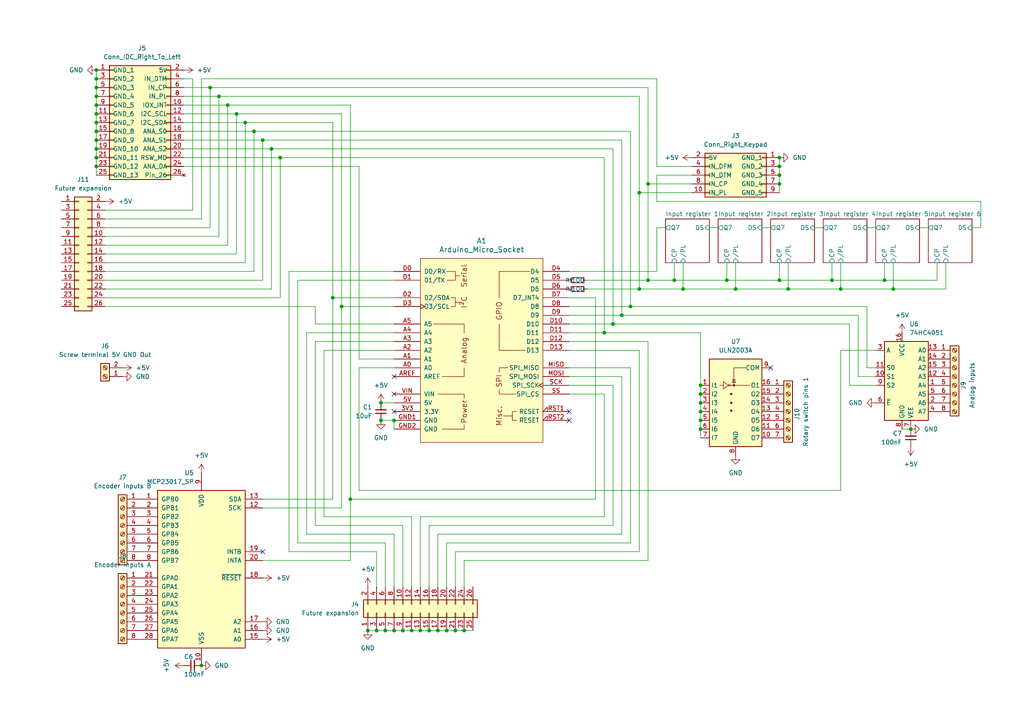
<source format=kicad_sch>
(kicad_sch (version 20250114) (generator "eeschema") (generator_version "9.0")
  (paper "A4")
  (lib_symbols
    (symbol "74xx:74HC4051"
      (property "Reference" "U" (at -5.08 11.43 0))
      (property "Value" "74HC4051" (at -7.62 -13.97 0))
      (symbol "74HC4051_1_1"
        (pin passive line (at -7.62 7.62 0) (length 2.54) (name "A") (number "3"))
        (pin input line (at -7.62 2.54 0) (length 2.54) (name "S0") (number "11"))
        (pin input line (at -7.62 0 0) (length 2.54) (name "S1") (number "10"))
        (pin input line (at -7.62 -2.54 0) (length 2.54) (name "S2") (number "9"))
        (pin input line (at -7.62 -7.62 0) (length 2.54) (name "~{E}") (number "6"))
        (pin power_in line (at 0 12.7 270) (length 2.54) (name "VCC") (number "16"))
        (pin power_in line (at 0 -15.24 90) (length 2.54) (name "GND") (number "8"))
        (pin power_in line (at 2.54 -15.24 90) (length 2.54) (name "VEE") (number "7"))
        (pin passive line (at 10.16 7.62 180) (length 2.54) (name "A0") (number "13"))
        (pin passive line (at 10.16 5.08 180) (length 2.54) (name "A1") (number "14"))
        (pin passive line (at 10.16 2.54 180) (length 2.54) (name "A2") (number "15"))
        (pin passive line (at 10.16 0 180) (length 2.54) (name "A3") (number "12"))
        (pin passive line (at 10.16 -2.54 180) (length 2.54) (name "A4") (number "1"))
        (pin passive line (at 10.16 -5.08 180) (length 2.54) (name "A5") (number "5"))
        (pin passive line (at 10.16 -7.62 180) (length 2.54) (name "A6") (number "2"))
        (pin passive line (at 10.16 -10.16 180) (length 2.54) (name "A7") (number "4"))
      )
    )
    (symbol "Connector:Screw_Terminal_01x02" (pin_names (offset 1.016) (hide yes))
      (property "Reference" "J" (at 0 2.54 0))
      (property "Value" "Screw_Terminal_01x02" (at 0 -5.08 0))
      (symbol "Screw_Terminal_01x02_1_1"
        (pin passive line (at -5.08 0 0) (length 3.81) (name "Pin_1") (number "1"))
        (pin passive line (at -5.08 -2.54 0) (length 3.81) (name "Pin_2") (number "2"))
      )
    )
    (symbol "Connector:Screw_Terminal_01x07" (pin_names (offset 1.016) (hide yes))
      (property "Reference" "J" (at 0 10.16 0))
      (property "Value" "Screw_Terminal_01x07" (at 0 -10.16 0))
      (symbol "Screw_Terminal_01x07_1_1"
        (pin passive line (at -5.08 7.62 0) (length 3.81) (name "Pin_1") (number "1"))
        (pin passive line (at -5.08 5.08 0) (length 3.81) (name "Pin_2") (number "2"))
        (pin passive line (at -5.08 2.54 0) (length 3.81) (name "Pin_3") (number "3"))
        (pin passive line (at -5.08 0 0) (length 3.81) (name "Pin_4") (number "4"))
        (pin passive line (at -5.08 -2.54 0) (length 3.81) (name "Pin_5") (number "5"))
        (pin passive line (at -5.08 -5.08 0) (length 3.81) (name "Pin_6") (number "6"))
        (pin passive line (at -5.08 -7.62 0) (length 3.81) (name "Pin_7") (number "7"))
      )
    )
    (symbol "Connector:Screw_Terminal_01x08" (pin_names (offset 1.016) (hide yes))
      (property "Reference" "J" (at 0 10.16 0))
      (property "Value" "Screw_Terminal_01x08" (at 0 -12.7 0))
      (symbol "Screw_Terminal_01x08_1_1"
        (pin passive line (at -5.08 7.62 0) (length 3.81) (name "Pin_1") (number "1"))
        (pin passive line (at -5.08 5.08 0) (length 3.81) (name "Pin_2") (number "2"))
        (pin passive line (at -5.08 2.54 0) (length 3.81) (name "Pin_3") (number "3"))
        (pin passive line (at -5.08 0 0) (length 3.81) (name "Pin_4") (number "4"))
        (pin passive line (at -5.08 -2.54 0) (length 3.81) (name "Pin_5") (number "5"))
        (pin passive line (at -5.08 -5.08 0) (length 3.81) (name "Pin_6") (number "6"))
        (pin passive line (at -5.08 -7.62 0) (length 3.81) (name "Pin_7") (number "7"))
        (pin passive line (at -5.08 -10.16 0) (length 3.81) (name "Pin_8") (number "8"))
      )
    )
    (symbol "Connector_Generic:Conn_02x13_Odd_Even" (pin_names (offset 1.016) (hide yes))
      (property "Reference" "J" (at 1.27 17.78 0))
      (property "Value" "Conn_02x13_Odd_Even" (at 1.27 -17.78 0))
      (symbol "Conn_02x13_Odd_Even_1_1"
        (pin passive line (at -5.08 15.24 0) (length 3.81) (name "Pin_1") (number "1"))
        (pin passive line (at -5.08 12.7 0) (length 3.81) (name "Pin_3") (number "3"))
        (pin passive line (at -5.08 10.16 0) (length 3.81) (name "Pin_5") (number "5"))
        (pin passive line (at -5.08 7.62 0) (length 3.81) (name "Pin_7") (number "7"))
        (pin passive line (at -5.08 5.08 0) (length 3.81) (name "Pin_9") (number "9"))
        (pin passive line (at -5.08 2.54 0) (length 3.81) (name "Pin_11") (number "11"))
        (pin passive line (at -5.08 0 0) (length 3.81) (name "Pin_13") (number "13"))
        (pin passive line (at -5.08 -2.54 0) (length 3.81) (name "Pin_15") (number "15"))
        (pin passive line (at -5.08 -5.08 0) (length 3.81) (name "Pin_17") (number "17"))
        (pin passive line (at -5.08 -7.62 0) (length 3.81) (name "Pin_19") (number "19"))
        (pin passive line (at -5.08 -10.16 0) (length 3.81) (name "Pin_21") (number "21"))
        (pin passive line (at -5.08 -12.7 0) (length 3.81) (name "Pin_23") (number "23"))
        (pin passive line (at -5.08 -15.24 0) (length 3.81) (name "Pin_25") (number "25"))
        (pin passive line (at 7.62 15.24 180) (length 3.81) (name "Pin_2") (number "2"))
        (pin passive line (at 7.62 12.7 180) (length 3.81) (name "Pin_4") (number "4"))
        (pin passive line (at 7.62 10.16 180) (length 3.81) (name "Pin_6") (number "6"))
        (pin passive line (at 7.62 7.62 180) (length 3.81) (name "Pin_8") (number "8"))
        (pin passive line (at 7.62 5.08 180) (length 3.81) (name "Pin_10") (number "10"))
        (pin passive line (at 7.62 2.54 180) (length 3.81) (name "Pin_12") (number "12"))
        (pin passive line (at 7.62 0 180) (length 3.81) (name "Pin_14") (number "14"))
        (pin passive line (at 7.62 -2.54 180) (length 3.81) (name "Pin_16") (number "16"))
        (pin passive line (at 7.62 -5.08 180) (length 3.81) (name "Pin_18") (number "18"))
        (pin passive line (at 7.62 -7.62 180) (length 3.81) (name "Pin_20") (number "20"))
        (pin passive line (at 7.62 -10.16 180) (length 3.81) (name "Pin_22") (number "22"))
        (pin passive line (at 7.62 -12.7 180) (length 3.81) (name "Pin_24") (number "24"))
        (pin passive line (at 7.62 -15.24 180) (length 3.81) (name "Pin_26") (number "26"))
      )
    )
    (symbol "Device:C_Small" (pin_numbers (hide yes)) (pin_names (offset 0.254) (hide yes))
      (property "Reference" "C" (at 0.254 1.778 0))
      (property "Value" "C_Small" (at 0.254 -2.032 0))
      (symbol "C_Small_1_1"
        (pin passive line (at 0 2.54 270) (length 2.032) (name "~") (number "1"))
        (pin passive line (at 0 -2.54 90) (length 2.032) (name "~") (number "2"))
      )
    )
    (symbol "Device:R_Small" (pin_numbers (hide yes)) (pin_names (offset 0.254) (hide yes))
      (property "Reference" "R" (at 0 0 90))
      (property "Value" "R_Small" (at 1.778 0 90))
      (symbol "R_Small_1_1"
        (pin passive line (at 0 2.54 270) (length 0.762) (name "~") (number "1"))
        (pin passive line (at 0 -2.54 90) (length 0.762) (name "~") (number "2"))
      )
    )
    (symbol "Interface_Expansion:MCP23017_SP" (pin_names (offset 1.016))
      (property "Reference" "U" (at -11.43 24.13 0))
      (property "Value" "MCP23017_SP" (at 0 0 0))
      (symbol "MCP23017_SP_1_1"
        (pin bidirectional line (at -17.78 20.32 0) (length 5.08) (name "SDA") (number "13"))
        (pin input line (at -17.78 17.78 0) (length 5.08) (name "SCK") (number "12"))
        (pin tri_state line (at -17.78 5.08 0) (length 5.08) (name "INTB") (number "19"))
        (pin tri_state line (at -17.78 2.54 0) (length 5.08) (name "INTA") (number "20"))
        (pin input line (at -17.78 -2.54 0) (length 5.08) (name "~{RESET}") (number "18"))
        (pin input line (at -17.78 -15.24 0) (length 5.08) (name "A2") (number "17"))
        (pin input line (at -17.78 -17.78 0) (length 5.08) (name "A1") (number "16"))
        (pin input line (at -17.78 -20.32 0) (length 5.08) (name "A0") (number "15"))
        (pin no_connect line (at -12.7 15.24 0) (length 5.08) (hide yes) (name "NC") (number "11"))
        (pin no_connect line (at -12.7 12.7 0) (length 5.08) (hide yes) (name "NC") (number "14"))
        (pin power_in line (at 0 27.94 270) (length 5.08) (name "VDD") (number "9"))
        (pin power_in line (at 0 -27.94 90) (length 5.08) (name "VSS") (number "10"))
        (pin bidirectional line (at 17.78 20.32 180) (length 5.08) (name "GPB0") (number "1"))
        (pin bidirectional line (at 17.78 17.78 180) (length 5.08) (name "GPB1") (number "2"))
        (pin bidirectional line (at 17.78 15.24 180) (length 5.08) (name "GPB2") (number "3"))
        (pin bidirectional line (at 17.78 12.7 180) (length 5.08) (name "GPB3") (number "4"))
        (pin bidirectional line (at 17.78 10.16 180) (length 5.08) (name "GPB4") (number "5"))
        (pin bidirectional line (at 17.78 7.62 180) (length 5.08) (name "GPB5") (number "6"))
        (pin bidirectional line (at 17.78 5.08 180) (length 5.08) (name "GPB6") (number "7"))
        (pin output line (at 17.78 2.54 180) (length 5.08) (name "GPB7") (number "8"))
        (pin bidirectional line (at 17.78 -2.54 180) (length 5.08) (name "GPA0") (number "21"))
        (pin bidirectional line (at 17.78 -5.08 180) (length 5.08) (name "GPA1") (number "22"))
        (pin bidirectional line (at 17.78 -7.62 180) (length 5.08) (name "GPA2") (number "23"))
        (pin bidirectional line (at 17.78 -10.16 180) (length 5.08) (name "GPA3") (number "24"))
        (pin bidirectional line (at 17.78 -12.7 180) (length 5.08) (name "GPA4") (number "25"))
        (pin bidirectional line (at 17.78 -15.24 180) (length 5.08) (name "GPA5") (number "26"))
        (pin bidirectional line (at 17.78 -17.78 180) (length 5.08) (name "GPA6") (number "27"))
        (pin output line (at 17.78 -20.32 180) (length 5.08) (name "GPA7") (number "28"))
      )
    )
    (symbol "System_Connectors:Conn_IDC_Right_To_Left" (pin_names (offset 1.016))
      (property "Reference" "J" (at -5.08 17.78 0))
      (property "Value" "Conn_IDC_Right_To_Left" (at 1.27 -17.78 0))
      (symbol "Conn_IDC_Right_To_Left_1_0"
        (pin passive line (at 12.7 -12.7 180) (length 2.54) (name "") (number ""))
      )
      (symbol "Conn_IDC_Right_To_Left_1_1"
        (pin passive line (at -12.7 15.24 0) (length 3.81) (name "GND_1") (number "1"))
        (pin passive line (at -12.7 12.7 0) (length 3.81) (name "GND_2") (number "3"))
        (pin passive line (at -12.7 10.16 0) (length 3.81) (name "GND_3") (number "5"))
        (pin passive line (at -12.7 7.62 0) (length 3.81) (name "GND_4") (number "7"))
        (pin passive line (at -12.7 5.08 0) (length 3.81) (name "GND_5") (number "9"))
        (pin passive line (at -12.7 2.54 0) (length 3.81) (name "GND_6") (number "11"))
        (pin passive line (at -12.7 0 0) (length 3.81) (name "GND_7") (number "13"))
        (pin passive line (at -12.7 -2.54 0) (length 3.81) (name "GND_8") (number "15"))
        (pin passive line (at -12.7 -5.08 0) (length 3.81) (name "GND_9") (number "17"))
        (pin passive line (at -12.7 -7.62 0) (length 3.81) (name "GND_10") (number "19"))
        (pin passive line (at -12.7 -10.16 0) (length 3.81) (name "GND_11") (number "21"))
        (pin passive line (at -12.7 -12.7 0) (length 3.81) (name "GND_12") (number "23"))
        (pin passive line (at -12.7 -15.24 0) (length 3.81) (name "GND_13") (number "25"))
        (pin passive line (at 12.7 15.24 180) (length 3.81) (name "5V") (number "2"))
        (pin passive line (at 12.7 12.7 180) (length 3.81) (name "IN_DTM") (number "4"))
        (pin passive line (at 12.7 10.16 180) (length 3.81) (name "IN_CP") (number "6"))
        (pin passive line (at 12.7 7.62 180) (length 3.81) (name "IN_PL") (number "8"))
        (pin passive line (at 12.7 5.08 180) (length 3.81) (name "IOX_INT") (number "10"))
        (pin passive line (at 12.7 2.54 180) (length 3.81) (name "I2C_SCL") (number "12"))
        (pin passive line (at 12.7 0 180) (length 3.81) (name "I2C_SDA") (number "14"))
        (pin passive line (at 12.7 -2.54 180) (length 3.81) (name "ANA_S0") (number "16"))
        (pin passive line (at 12.7 -5.08 180) (length 3.81) (name "ANA_S1") (number "18"))
        (pin passive line (at 12.7 -7.62 180) (length 3.81) (name "ANA_S2") (number "20"))
        (pin passive line (at 12.7 -10.16 180) (length 3.81) (name "RSW_MD") (number "22"))
        (pin passive line (at 12.7 -12.7 180) (length 3.81) (name "ANA_DA") (number "24"))
        (pin no_connect line (at 12.7 -15.24 180) (length 3.81) (name "Pin_26") (number "26"))
      )
    )
    (symbol "System_Connectors:Conn_Right_Keypad" (pin_names (offset 1.016))
      (property "Reference" "J" (at 1.27 7.62 0))
      (property "Value" "Conn_Right_Keypad" (at 1.27 -7.62 0))
      (symbol "Conn_Right_Keypad_1_1"
        (pin passive line (at -12.7 5.08 0) (length 3.81) (name "GND_1") (number "1"))
        (pin passive line (at -12.7 2.54 0) (length 3.81) (name "GND_2") (number "3"))
        (pin passive line (at -12.7 0 0) (length 3.81) (name "GND_3") (number "5"))
        (pin passive line (at -12.7 -2.54 0) (length 3.81) (name "GND_4") (number "7"))
        (pin passive line (at -12.7 -5.08 0) (length 3.81) (name "GND_5") (number "9"))
        (pin passive line (at 12.7 5.08 180) (length 3.81) (name "5V") (number "2"))
        (pin passive line (at 12.7 2.54 180) (length 3.81) (name "IN_DFM") (number "4"))
        (pin passive line (at 12.7 0 180) (length 3.81) (name "IN_DTM") (number "6"))
        (pin passive line (at 12.7 -2.54 180) (length 3.81) (name "IN_CP") (number "8"))
        (pin passive line (at 12.7 -5.08 180) (length 3.81) (name "IN_PL") (number "10"))
      )
    )
    (symbol "Transistor_Array:ULN2003A"
      (property "Reference" "U" (at 0 15.875 0))
      (property "Value" "ULN2003A" (at 0 13.97 0))
      (symbol "ULN2003A_1_1"
        (pin input line (at -10.16 5.08 0) (length 2.54) (name "I1") (number "1"))
        (pin input line (at -10.16 2.54 0) (length 2.54) (name "I2") (number "2"))
        (pin input line (at -10.16 0 0) (length 2.54) (name "I3") (number "3"))
        (pin input line (at -10.16 -2.54 0) (length 2.54) (name "I4") (number "4"))
        (pin input line (at -10.16 -5.08 0) (length 2.54) (name "I5") (number "5"))
        (pin input line (at -10.16 -7.62 0) (length 2.54) (name "I6") (number "6"))
        (pin input line (at -10.16 -10.16 0) (length 2.54) (name "I7") (number "7"))
        (pin power_in line (at 0 -15.24 90) (length 2.54) (name "GND") (number "8"))
        (pin passive line (at 10.16 10.16 180) (length 2.54) (name "COM") (number "9"))
        (pin open_collector line (at 10.16 5.08 180) (length 2.54) (name "O1") (number "16"))
        (pin open_collector line (at 10.16 2.54 180) (length 2.54) (name "O2") (number "15"))
        (pin open_collector line (at 10.16 0 180) (length 2.54) (name "O3") (number "14"))
        (pin open_collector line (at 10.16 -2.54 180) (length 2.54) (name "O4") (number "13"))
        (pin open_collector line (at 10.16 -5.08 180) (length 2.54) (name "O5") (number "12"))
        (pin open_collector line (at 10.16 -7.62 180) (length 2.54) (name "O6") (number "11"))
        (pin open_collector line (at 10.16 -10.16 180) (length 2.54) (name "O7") (number "10"))
      )
    )
    (symbol "arduino-library:Arduino_Micro_Socket" (pin_names (offset 1.016))
      (property "Reference" "A" (at 0 33.02 0))
      (property "Value" "Arduino_Micro_Socket" (at 0 29.21 0))
      (symbol "Arduino_Micro_Socket_0_0"
        (text "Serial" (at -5.08 21.59 900) (effects (font (size 1.524 1.524))))
        (text "I²C" (at -5.08 13.97 900) (effects (font (size 1.524 1.524))))
        (text "Analog" (at -5.08 0 900) (effects (font (size 1.524 1.524))))
        (text "Power" (at -5.08 -17.78 900) (effects (font (size 1.524 1.524))))
        (text "SPI" (at 5.08 -8.89 900) (effects (font (size 1.524 1.524))))
        (text "Misc." (at 5.08 -19.05 900) (effects (font (size 1.524 1.524))))
      )
      (symbol "Arduino_Micro_Socket_1_0"
        (text "GPIO" (at 5.08 11.43 900) (effects (font (size 1.524 1.524))))
      )
      (symbol "Arduino_Micro_Socket_1_1"
        (pin bidirectional line (at -25.4 22.86 0) (length 7.62) (name "D0/RX") (number "D0"))
        (pin bidirectional line (at -25.4 20.32 0) (length 7.62) (name "D1/TX") (number "D1"))
        (pin bidirectional line (at -25.4 15.24 0) (length 7.62) (name "D2/SDA") (number "D2"))
        (pin bidirectional clock (at -25.4 12.7 0) (length 7.62) (name "D3/SCL") (number "D3"))
        (pin bidirectional line (at -25.4 7.62 0) (length 7.62) (name "A5") (number "A5"))
        (pin bidirectional line (at -25.4 5.08 0) (length 7.62) (name "A4") (number "A4"))
        (pin bidirectional line (at -25.4 2.54 0) (length 7.62) (name "A3") (number "A3"))
        (pin bidirectional line (at -25.4 0 0) (length 7.62) (name "A2") (number "A2"))
        (pin bidirectional line (at -25.4 -2.54 0) (length 7.62) (name "A1") (number "A1"))
        (pin bidirectional line (at -25.4 -5.08 0) (length 7.62) (name "A0") (number "A0"))
        (pin input line (at -25.4 -7.62 0) (length 7.62) (name "AREF") (number "AREF"))
        (pin power_in line (at -25.4 -12.7 0) (length 7.62) (name "VIN") (number "VIN"))
        (pin power_in line (at -25.4 -15.24 0) (length 7.62) (name "5V") (number "5V"))
        (pin power_out line (at -25.4 -17.78 0) (length 7.62) (name "3.3V") (number "3V3"))
        (pin power_in line (at -25.4 -20.32 0) (length 7.62) (name "GND") (number "GND1"))
        (pin power_in line (at -25.4 -22.86 0) (length 7.62) (name "GND") (number "GND2"))
        (pin bidirectional line (at 25.4 22.86 180) (length 7.62) (name "D4") (number "D4"))
        (pin bidirectional line (at 25.4 20.32 180) (length 7.62) (name "D5") (number "D5"))
        (pin bidirectional line (at 25.4 17.78 180) (length 7.62) (name "D6") (number "D6"))
        (pin bidirectional line (at 25.4 15.24 180) (length 7.62) (name "D7_INT4") (number "D7"))
        (pin bidirectional line (at 25.4 12.7 180) (length 7.62) (name "D8") (number "D8"))
        (pin bidirectional line (at 25.4 10.16 180) (length 7.62) (name "D9") (number "D9"))
        (pin bidirectional line (at 25.4 7.62 180) (length 7.62) (name "D10") (number "D10"))
        (pin bidirectional line (at 25.4 5.08 180) (length 7.62) (name "D11") (number "D11"))
        (pin bidirectional line (at 25.4 2.54 180) (length 7.62) (name "D12") (number "D12"))
        (pin bidirectional line (at 25.4 0 180) (length 7.62) (name "D13") (number "D13"))
        (pin input line (at 25.4 -5.08 180) (length 7.62) (name "SPI_MISO") (number "MISO"))
        (pin output line (at 25.4 -7.62 180) (length 7.62) (name "SPI_MOSI") (number "MOSI"))
        (pin output clock (at 25.4 -10.16 180) (length 7.62) (name "SPI_SCK") (number "SCK"))
        (pin bidirectional line (at 25.4 -12.7 180) (length 7.62) (name "SPI_CS") (number "SS"))
        (pin open_collector input_low (at 25.4 -17.78 180) (length 7.62) (name "RESET") (number "RST1"))
        (pin open_collector input_low (at 25.4 -20.32 180) (length 7.62) (name "RESET") (number "RST2"))
      )
    )
    (symbol "power:+5V" (power) (pin_numbers (hide yes)) (pin_names (offset 0) (hide yes))
      (property "Value" "+5V" (at 0 3.556 0))
      (symbol "+5V_1_1"
        (pin power_in line (at 0 0 90) (length 0) (name "~") (number "1"))
      )
    )
    (symbol "power:GND" (power) (pin_numbers (hide yes)) (pin_names (offset 0) (hide yes))
      (property "Value" "GND" (at 0 -3.81 0))
      (symbol "GND_1_1"
        (pin power_in line (at 0 0 270) (length 0) (name "~") (number "1"))
      )
    )
  )
  (junction (at 243.84 83.82))
  (junction (at 27.94 27.94))
  (junction (at 27.94 30.48))
  (junction (at 129.54 182.88))
  (junction (at 110.49 121.92))
  (junction (at 27.94 20.32))
  (junction (at 177.8 93.98))
  (junction (at 198.12 83.82))
  (junction (at 63.5 27.94))
  (junction (at 121.92 182.88))
  (junction (at 226.06 53.34))
  (junction (at 27.94 35.56))
  (junction (at 187.96 81.28))
  (junction (at 73.66 38.1))
  (junction (at 27.94 40.64))
  (junction (at 185.42 83.82))
  (junction (at 27.94 33.02))
  (junction (at 195.58 81.28))
  (junction (at 119.38 182.88))
  (junction (at 228.6 83.82))
  (junction (at 114.3 121.92))
  (junction (at 175.26 96.52))
  (junction (at 264.16 124.46))
  (junction (at 96.52 86.36))
  (junction (at 27.94 22.86))
  (junction (at 27.94 25.4))
  (junction (at 226.06 81.28))
  (junction (at 68.58 33.02))
  (junction (at 132.08 182.88))
  (junction (at 114.3 182.88))
  (junction (at 213.36 83.82))
  (junction (at 182.88 88.9))
  (junction (at 259.08 83.82))
  (junction (at 58.42 193.04))
  (junction (at 256.54 81.28))
  (junction (at 116.84 182.88))
  (junction (at 111.76 182.88))
  (junction (at 203.2 116.84))
  (junction (at 71.12 35.56))
  (junction (at 27.94 43.18))
  (junction (at 203.2 119.38))
  (junction (at 180.34 91.44))
  (junction (at 78.74 43.18))
  (junction (at 226.06 48.26))
  (junction (at 106.68 182.88))
  (junction (at 124.46 182.88))
  (junction (at 127 182.88))
  (junction (at 27.94 45.72))
  (junction (at 81.28 45.72))
  (junction (at 241.3 81.28))
  (junction (at 66.04 30.48))
  (junction (at 27.94 48.26))
  (junction (at 226.06 50.8))
  (junction (at 110.49 116.84))
  (junction (at 101.6 144.78))
  (junction (at 203.2 114.3))
  (junction (at 76.2 40.64))
  (junction (at 99.06 88.9))
  (junction (at 134.62 182.88))
  (junction (at 187.96 53.34))
  (junction (at 210.82 81.28))
  (junction (at 185.42 55.88))
  (junction (at 203.2 121.92))
  (junction (at 27.94 38.1))
  (junction (at 60.96 25.4))
  (junction (at 109.22 182.88))
  (junction (at 226.06 45.72))
  (junction (at 203.2 111.76))
  (junction (at 203.2 124.46))
  (no_connect (at 165.1 119.38))
  (no_connect (at 114.3 109.22))
  (no_connect (at 114.3 114.3))
  (no_connect (at 76.2 160.02))
  (no_connect (at 165.1 121.92))
  (no_connect (at 223.52 106.68))
  (no_connect (at 114.3 119.38))
  (wire (pts (xy 226.06 48.26) (xy 226.06 50.8)))
  (wire (pts (xy 187.96 81.28) (xy 195.58 81.28)))
  (wire (pts (xy 86.36 157.48) (xy 111.76 157.48)))
  (wire (pts (xy 104.14 106.68) (xy 104.14 142.24)))
  (wire (pts (xy 203.2 124.46) (xy 203.2 127)))
  (wire (pts (xy 259.08 76.2) (xy 259.08 83.82)))
  (wire (pts (xy 248.92 91.44) (xy 248.92 109.22)))
  (wire (pts (xy 119.38 182.88) (xy 121.92 182.88)))
  (wire (pts (xy 187.96 162.56) (xy 187.96 99.06)))
  (wire (pts (xy 55.88 60.96) (xy 55.88 22.86)))
  (wire (pts (xy 195.58 76.2) (xy 195.58 81.28)))
  (wire (pts (xy 190.5 50.8) (xy 190.5 58.42)))
  (wire (pts (xy 185.42 55.88) (xy 200.66 55.88)))
  (wire (pts (xy 109.22 182.88) (xy 111.76 182.88)))
  (wire (pts (xy 177.8 111.76) (xy 165.1 111.76)))
  (wire (pts (xy 91.44 99.06) (xy 91.44 152.4)))
  (wire (pts (xy 175.26 96.52) (xy 203.2 96.52)))
  (wire (pts (xy 101.6 144.78) (xy 101.6 162.56)))
  (wire (pts (xy 27.94 22.86) (xy 27.94 25.4)))
  (wire (pts (xy 127 154.94) (xy 180.34 154.94)))
  (wire (pts (xy 248.92 109.22) (xy 254 109.22)))
  (wire (pts (xy 27.94 25.4) (xy 27.94 27.94)))
  (wire (pts (xy 104.14 106.68) (xy 114.3 106.68)))
  (wire (pts (xy 271.78 76.2) (xy 271.78 81.28)))
  (wire (pts (xy 243.84 76.2) (xy 243.84 83.82)))
  (wire (pts (xy 182.88 88.9) (xy 251.46 88.9)))
  (wire (pts (xy 210.82 76.2) (xy 210.82 81.28)))
  (wire (pts (xy 71.12 76.2) (xy 30.48 76.2)))
  (wire (pts (xy 185.42 101.6) (xy 165.1 101.6)))
  (wire (pts (xy 76.2 40.64) (xy 180.34 40.64)))
  (wire (pts (xy 121.92 149.86) (xy 175.26 149.86)))
  (wire (pts (xy 165.1 88.9) (xy 182.88 88.9)))
  (wire (pts (xy 190.5 78.74) (xy 190.5 66.04)))
  (wire (pts (xy 96.52 144.78) (xy 76.2 144.78)))
  (wire (pts (xy 246.38 93.98) (xy 246.38 111.76)))
  (wire (pts (xy 190.5 58.42) (xy 284.48 58.42)))
  (wire (pts (xy 246.38 111.76) (xy 254 111.76)))
  (wire (pts (xy 182.88 106.68) (xy 165.1 106.68)))
  (wire (pts (xy 101.6 144.78) (xy 172.72 144.78)))
  (wire (pts (xy 259.08 83.82) (xy 243.84 83.82)))
  (wire (pts (xy 266.7 66.04) (xy 269.24 66.04)))
  (wire (pts (xy 264.16 124.46) (xy 261.62 124.46)))
  (wire (pts (xy 114.3 99.06) (xy 91.44 99.06)))
  (wire (pts (xy 198.12 76.2) (xy 198.12 83.82)))
  (wire (pts (xy 185.42 27.94) (xy 185.42 55.88)))
  (wire (pts (xy 180.34 91.44) (xy 248.92 91.44)))
  (wire (pts (xy 175.26 96.52) (xy 175.26 45.72)))
  (wire (pts (xy 256.54 81.28) (xy 241.3 81.28)))
  (wire (pts (xy 121.92 182.88) (xy 124.46 182.88)))
  (wire (pts (xy 71.12 35.56) (xy 53.34 35.56)))
  (wire (pts (xy 165.1 96.52) (xy 175.26 96.52)))
  (wire (pts (xy 119.38 149.86) (xy 119.38 170.18)))
  (wire (pts (xy 91.44 152.4) (xy 116.84 152.4)))
  (wire (pts (xy 203.2 114.3) (xy 203.2 116.84)))
  (wire (pts (xy 104.14 104.14) (xy 114.3 104.14)))
  (wire (pts (xy 274.32 83.82) (xy 259.08 83.82)))
  (wire (pts (xy 124.46 182.88) (xy 127 182.88)))
  (wire (pts (xy 198.12 83.82) (xy 213.36 83.82)))
  (wire (pts (xy 104.14 142.24) (xy 243.84 142.24)))
  (wire (pts (xy 76.2 162.56) (xy 101.6 162.56)))
  (wire (pts (xy 58.42 22.86) (xy 190.5 22.86)))
  (wire (pts (xy 243.84 101.6) (xy 243.84 142.24)))
  (wire (pts (xy 88.9 96.52) (xy 114.3 96.52)))
  (wire (pts (xy 111.76 157.48) (xy 111.76 170.18)))
  (wire (pts (xy 228.6 76.2) (xy 228.6 83.82)))
  (wire (pts (xy 127 182.88) (xy 129.54 182.88)))
  (wire (pts (xy 106.68 182.88) (xy 109.22 182.88)))
  (wire (pts (xy 182.88 38.1) (xy 182.88 88.9)))
  (wire (pts (xy 132.08 160.02) (xy 185.42 160.02)))
  (wire (pts (xy 177.8 43.18) (xy 177.8 93.98)))
  (wire (pts (xy 129.54 182.88) (xy 132.08 182.88)))
  (wire (pts (xy 124.46 170.18) (xy 124.46 152.4)))
  (wire (pts (xy 83.82 78.74) (xy 114.3 78.74)))
  (wire (pts (xy 134.62 162.56) (xy 187.96 162.56)))
  (wire (pts (xy 99.06 33.02) (xy 99.06 88.9)))
  (wire (pts (xy 68.58 33.02) (xy 53.34 33.02)))
  (wire (pts (xy 228.6 83.82) (xy 243.84 83.82)))
  (wire (pts (xy 66.04 30.48) (xy 66.04 71.12)))
  (wire (pts (xy 111.76 182.88) (xy 114.3 182.88)))
  (wire (pts (xy 88.9 96.52) (xy 88.9 154.94)))
  (wire (pts (xy 203.2 121.92) (xy 203.2 124.46)))
  (wire (pts (xy 55.88 22.86) (xy 53.34 22.86)))
  (wire (pts (xy 185.42 55.88) (xy 185.42 83.82)))
  (wire (pts (xy 165.1 91.44) (xy 180.34 91.44)))
  (wire (pts (xy 274.32 76.2) (xy 274.32 83.82)))
  (wire (pts (xy 99.06 88.9) (xy 99.06 147.32)))
  (wire (pts (xy 190.5 48.26) (xy 200.66 48.26)))
  (wire (pts (xy 114.3 154.94) (xy 114.3 170.18)))
  (wire (pts (xy 104.14 48.26) (xy 104.14 104.14)))
  (wire (pts (xy 182.88 157.48) (xy 182.88 106.68)))
  (wire (pts (xy 78.74 83.82) (xy 30.48 83.82)))
  (wire (pts (xy 170.18 81.28) (xy 187.96 81.28)))
  (wire (pts (xy 91.44 88.9) (xy 30.48 88.9)))
  (wire (pts (xy 73.66 38.1) (xy 182.88 38.1)))
  (wire (pts (xy 93.98 101.6) (xy 93.98 149.86)))
  (wire (pts (xy 53.34 25.4) (xy 60.96 25.4)))
  (wire (pts (xy 177.8 93.98) (xy 246.38 93.98)))
  (wire (pts (xy 203.2 111.76) (xy 203.2 114.3)))
  (wire (pts (xy 110.49 116.84) (xy 114.3 116.84)))
  (wire (pts (xy 203.2 96.52) (xy 203.2 111.76)))
  (wire (pts (xy 76.2 40.64) (xy 76.2 81.28)))
  (wire (pts (xy 284.48 58.42) (xy 284.48 66.04)))
  (wire (pts (xy 63.5 27.94) (xy 63.5 68.58)))
  (wire (pts (xy 71.12 35.56) (xy 96.52 35.56)))
  (wire (pts (xy 101.6 30.48) (xy 101.6 144.78)))
  (wire (pts (xy 68.58 73.66) (xy 30.48 73.66)))
  (wire (pts (xy 187.96 53.34) (xy 200.66 53.34)))
  (wire (pts (xy 180.34 109.22) (xy 165.1 109.22)))
  (wire (pts (xy 78.74 43.18) (xy 78.74 83.82)))
  (wire (pts (xy 68.58 33.02) (xy 68.58 73.66)))
  (wire (pts (xy 73.66 38.1) (xy 53.34 38.1)))
  (wire (pts (xy 27.94 43.18) (xy 27.94 45.72)))
  (wire (pts (xy 226.06 81.28) (xy 241.3 81.28)))
  (wire (pts (xy 99.06 147.32) (xy 76.2 147.32)))
  (wire (pts (xy 73.66 38.1) (xy 73.66 78.74)))
  (wire (pts (xy 129.54 157.48) (xy 182.88 157.48)))
  (wire (pts (xy 88.9 154.94) (xy 114.3 154.94)))
  (wire (pts (xy 58.42 63.5) (xy 58.42 22.86)))
  (wire (pts (xy 129.54 170.18) (xy 129.54 157.48)))
  (wire (pts (xy 124.46 152.4) (xy 177.8 152.4)))
  (wire (pts (xy 86.36 81.28) (xy 86.36 157.48)))
  (wire (pts (xy 27.94 20.32) (xy 27.94 22.86)))
  (wire (pts (xy 81.28 45.72) (xy 53.34 45.72)))
  (wire (pts (xy 73.66 78.74) (xy 30.48 78.74)))
  (wire (pts (xy 27.94 27.94) (xy 27.94 30.48)))
  (wire (pts (xy 195.58 81.28) (xy 210.82 81.28)))
  (wire (pts (xy 86.36 81.28) (xy 114.3 81.28)))
  (wire (pts (xy 190.5 66.04) (xy 193.04 66.04)))
  (wire (pts (xy 284.48 66.04) (xy 281.94 66.04)))
  (wire (pts (xy 127 170.18) (xy 127 154.94)))
  (wire (pts (xy 96.52 144.78) (xy 96.52 86.36)))
  (wire (pts (xy 60.96 25.4) (xy 60.96 66.04)))
  (wire (pts (xy 165.1 78.74) (xy 190.5 78.74)))
  (wire (pts (xy 177.8 152.4) (xy 177.8 111.76)))
  (wire (pts (xy 251.46 106.68) (xy 254 106.68)))
  (wire (pts (xy 185.42 83.82) (xy 198.12 83.82)))
  (wire (pts (xy 134.62 170.18) (xy 134.62 162.56)))
  (wire (pts (xy 53.34 27.94) (xy 63.5 27.94)))
  (wire (pts (xy 27.94 33.02) (xy 27.94 35.56)))
  (wire (pts (xy 27.94 40.64) (xy 27.94 43.18)))
  (wire (pts (xy 121.92 170.18) (xy 121.92 149.86)))
  (wire (pts (xy 175.26 149.86) (xy 175.26 114.3)))
  (wire (pts (xy 256.54 76.2) (xy 256.54 81.28)))
  (wire (pts (xy 53.34 48.26) (xy 104.14 48.26)))
  (wire (pts (xy 213.36 76.2) (xy 213.36 83.82)))
  (wire (pts (xy 226.06 76.2) (xy 226.06 81.28)))
  (wire (pts (xy 110.49 121.92) (xy 114.3 121.92)))
  (wire (pts (xy 203.2 119.38) (xy 203.2 121.92)))
  (wire (pts (xy 96.52 86.36) (xy 114.3 86.36)))
  (wire (pts (xy 60.96 25.4) (xy 187.96 25.4)))
  (wire (pts (xy 116.84 182.88) (xy 119.38 182.88)))
  (wire (pts (xy 226.06 50.8) (xy 226.06 53.34)))
  (wire (pts (xy 71.12 35.56) (xy 71.12 76.2)))
  (wire (pts (xy 30.48 60.96) (xy 55.88 60.96)))
  (wire (pts (xy 66.04 71.12) (xy 30.48 71.12)))
  (wire (pts (xy 132.08 182.88) (xy 134.62 182.88)))
  (wire (pts (xy 185.42 160.02) (xy 185.42 101.6)))
  (wire (pts (xy 78.74 43.18) (xy 53.34 43.18)))
  (wire (pts (xy 226.06 53.34) (xy 226.06 55.88)))
  (wire (pts (xy 27.94 48.26) (xy 27.94 50.8)))
  (wire (pts (xy 27.94 45.72) (xy 27.94 48.26)))
  (wire (pts (xy 27.94 30.48) (xy 27.94 33.02)))
  (wire (pts (xy 180.34 154.94) (xy 180.34 109.22)))
  (wire (pts (xy 165.1 93.98) (xy 177.8 93.98)))
  (wire (pts (xy 76.2 40.64) (xy 53.34 40.64)))
  (wire (pts (xy 30.48 63.5) (xy 58.42 63.5)))
  (wire (pts (xy 187.96 25.4) (xy 187.96 53.34)))
  (wire (pts (xy 210.82 81.28) (xy 226.06 81.28)))
  (wire (pts (xy 76.2 81.28) (xy 30.48 81.28)))
  (wire (pts (xy 83.82 78.74) (xy 83.82 160.02)))
  (wire (pts (xy 68.58 33.02) (xy 99.06 33.02)))
  (wire (pts (xy 81.28 45.72) (xy 81.28 86.36)))
  (wire (pts (xy 78.74 43.18) (xy 177.8 43.18)))
  (wire (pts (xy 134.62 182.88) (xy 137.16 182.88)))
  (wire (pts (xy 132.08 170.18) (xy 132.08 160.02)))
  (wire (pts (xy 27.94 35.56) (xy 27.94 38.1)))
  (wire (pts (xy 114.3 88.9) (xy 99.06 88.9)))
  (wire (pts (xy 187.96 99.06) (xy 165.1 99.06)))
  (wire (pts (xy 243.84 101.6) (xy 254 101.6)))
  (wire (pts (xy 241.3 76.2) (xy 241.3 81.28)))
  (wire (pts (xy 114.3 101.6) (xy 93.98 101.6)))
  (wire (pts (xy 175.26 114.3) (xy 165.1 114.3)))
  (wire (pts (xy 109.22 160.02) (xy 109.22 170.18)))
  (wire (pts (xy 114.3 182.88) (xy 116.84 182.88)))
  (wire (pts (xy 60.96 66.04) (xy 30.48 66.04)))
  (wire (pts (xy 236.22 66.04) (xy 238.76 66.04)))
  (wire (pts (xy 172.72 86.36) (xy 172.72 144.78)))
  (wire (pts (xy 190.5 50.8) (xy 200.66 50.8)))
  (wire (pts (xy 180.34 40.64) (xy 180.34 91.44)))
  (wire (pts (xy 63.5 68.58) (xy 30.48 68.58)))
  (wire (pts (xy 271.78 81.28) (xy 256.54 81.28)))
  (wire (pts (xy 116.84 152.4) (xy 116.84 170.18)))
  (wire (pts (xy 251.46 88.9) (xy 251.46 106.68)))
  (wire (pts (xy 114.3 121.92) (xy 114.3 124.46)))
  (wire (pts (xy 213.36 83.82) (xy 228.6 83.82)))
  (wire (pts (xy 114.3 93.98) (xy 91.44 93.98)))
  (wire (pts (xy 220.98 66.04) (xy 223.52 66.04)))
  (wire (pts (xy 81.28 45.72) (xy 175.26 45.72)))
  (wire (pts (xy 172.72 86.36) (xy 165.1 86.36)))
  (wire (pts (xy 27.94 38.1) (xy 27.94 40.64)))
  (wire (pts (xy 96.52 35.56) (xy 96.52 86.36)))
  (wire (pts (xy 251.46 66.04) (xy 254 66.04)))
  (wire (pts (xy 83.82 160.02) (xy 109.22 160.02)))
  (wire (pts (xy 66.04 30.48) (xy 101.6 30.48)))
  (wire (pts (xy 226.06 45.72) (xy 226.06 48.26)))
  (wire (pts (xy 63.5 27.94) (xy 185.42 27.94)))
  (wire (pts (xy 190.5 22.86) (xy 190.5 48.26)))
  (wire (pts (xy 205.74 66.04) (xy 208.28 66.04)))
  (wire (pts (xy 81.28 86.36) (xy 30.48 86.36)))
  (wire (pts (xy 187.96 53.34) (xy 187.96 81.28)))
  (wire (pts (xy 93.98 149.86) (xy 119.38 149.86)))
  (wire (pts (xy 91.44 93.98) (xy 91.44 88.9)))
  (wire (pts (xy 170.18 83.82) (xy 185.42 83.82)))
  (wire (pts (xy 66.04 30.48) (xy 53.34 30.48)))
  (wire (pts (xy 203.2 116.84) (xy 203.2 119.38)))
  (symbol (lib_id "Device:C_Small") (at 264.16 127 0) (mirror x) (unit 1)
    (property "Reference" "C7" (at 261.62 125.7235 0) (effects (justify right)))
    (property "Value" "100nF" (at 261.62 128.2635 0) (effects (justify right)))
    (property "Description" "Unpolarized capacitor, small symbol" (effects (hide yes)))
  )
  (symbol (lib_id "power:GND") (at 58.42 193.04 90) (unit 1)
    (property "Reference" "#PWR030" (effects (hide yes)))
    (property "Value" "GND" (at 62.23 193.0399 90) (effects (justify right)))
    (property "Description" "Power symbol creates a global label with name \"GND\" , ground" (effects (hide yes)))
  )
  (symbol (lib_id "power:GND") (at 76.2 180.34 90) (unit 1)
    (property "Reference" "#PWR029" (effects (hide yes)))
    (property "Value" "GND" (at 80.01 180.3399 90) (effects (justify right)))
    (property "Description" "Power symbol creates a global label with name \"GND\" , ground" (effects (hide yes)))
  )
  (symbol (lib_id "power:+5V") (at 110.49 116.84 0) (unit 1)
    (property "Reference" "#PWR010" (effects (hide yes)))
    (property "Value" "+5V" (at 110.49 111.76 0))
    (property "Description" "Power symbol creates a global label with name \"+5V\"" (effects (hide yes)))
  )
  (symbol (lib_id "power:+5V") (at 261.62 96.52 0) (unit 1)
    (property "Reference" "#PWR036" (effects (hide yes)))
    (property "Value" "+5V" (at 261.62 91.44 0))
    (property "Description" "Power symbol creates a global label with name \"+5V\"" (effects (hide yes)))
  )
  (symbol (lib_id "power:GND") (at 213.36 132.08 0) (unit 1)
    (property "Reference" "#PWR037" (effects (hide yes)))
    (property "Value" "GND" (at 213.36 137.16 0))
    (property "Description" "Power symbol creates a global label with name \"GND\" , ground" (effects (hide yes)))
  )
  (symbol (lib_id "power:+5V") (at 76.2 185.42 270) (unit 1)
    (property "Reference" "#PWR027" (effects (hide yes)))
    (property "Value" "+5V" (at 80.01 185.4199 90) (effects (justify left)))
    (property "Description" "Power symbol creates a global label with name \"+5V\"" (effects (hide yes)))
  )
  (symbol (lib_id "74xx:74HC4051") (at 261.62 109.22 0) (unit 1)
    (property "Reference" "U6" (at 263.7633 93.98 0) (effects (justify left)))
    (property "Value" "74HC4051" (at 263.7633 96.52 0) (effects (justify left)))
    (property "Datasheet" "http://www.ti.com/lit/ds/symlink/cd74hc4051.pdf" (effects (hide yes)))
    (property "Description" "8-channel analog multiplexer/demultiplexer, DIP-16/SOIC-16/TSSOP-16" (effects (hide yes)))
  )
  (symbol (lib_id "power:GND") (at 106.68 182.88 0) (unit 1)
    (property "Reference" "#PWR06" (effects (hide yes)))
    (property "Value" "GND" (at 106.68 187.96 0))
    (property "Description" "Power symbol creates a global label with name \"GND\" , ground" (effects (hide yes)))
  )
  (symbol (lib_id "power:GND") (at 226.06 45.72 90) (mirror x) (unit 1)
    (property "Reference" "#PWR014" (effects (hide yes)))
    (property "Value" "GND" (at 229.87 45.7199 90) (effects (justify right)))
    (property "Description" "Power symbol creates a global label with name \"GND\" , ground" (effects (hide yes)))
  )
  (symbol (lib_id "Device:R_Small") (at 167.64 83.82 90) (unit 1)
    (property "Reference" "R2" (at 165.1 83.82 90) (effects (font (size 1.016 1.016))))
    (property "Value" "100" (at 167.64 83.82 90))
    (property "Description" "Resistor, small symbol" (effects (hide yes)))
  )
  (symbol (lib_id "Connector:Screw_Terminal_01x08") (at 35.56 175.26 0) (mirror y) (unit 1)
    (property "Reference" "J8" (at 35.56 161.29 0))
    (property "Value" "Encoder inputs A" (at 35.56 163.83 0))
    (property "Description" "Generic screw terminal, single row, 01x08, script generated (kicad-library-utils/schlib/autogen/connector/)" (effects (hide yes)))
  )
  (symbol (lib_id "Connector_Generic:Conn_02x13_Odd_Even") (at 121.92 177.8 90) (unit 1)
    (property "Reference" "J4" (at 104.14 175.2599 90) (effects (justify left)))
    (property "Value" "Future expansion" (at 104.14 177.7999 90) (effects (justify left)))
    (property "Description" "Generic connector, double row, 02x13, odd/even pin numbering scheme (row 1 odd numbers, row 2 even numbers), script generated (kicad-library-utils/schlib/autogen/connector/)" (effects (hide yes)))
  )
  (symbol (lib_id "power:+5V") (at 53.34 193.04 90) (unit 1)
    (property "Reference" "#PWR031" (effects (hide yes)))
    (property "Value" "+5V" (at 48.26 193.04 0))
    (property "Description" "Power symbol creates a global label with name \"+5V\"" (effects (hide yes)))
  )
  (symbol (lib_id "power:GND") (at 264.16 124.46 90) (unit 1)
    (property "Reference" "#PWR034" (effects (hide yes)))
    (property "Value" "GND" (at 267.97 124.4599 90) (effects (justify right)))
    (property "Description" "Power symbol creates a global label with name \"GND\" , ground" (effects (hide yes)))
  )
  (symbol (lib_id "System_Connectors:Conn_Right_Keypad") (at 213.36 50.8 0) (mirror y) (unit 1)
    (property "Reference" "J3" (at 213.36 39.37 0))
    (property "Value" "Conn_Right_Keypad" (at 213.36 41.91 0))
    (property "Description" "Generic connector, double row, 02x05, odd/even pin numbering scheme (row 1 odd numbers, row 2 even numbers), script generated (kicad-library-utils/schlib/autogen/connector/)" (effects (hide yes)))
  )
  (symbol (lib_id "power:+5V") (at 35.56 106.68 270) (unit 1)
    (property "Reference" "#PWR025" (effects (hide yes)))
    (property "Value" "+5V" (at 39.37 106.6799 90) (effects (justify left)))
    (property "Description" "Power symbol creates a global label with name \"+5V\"" (effects (hide yes)))
  )
  (symbol (lib_id "power:GND") (at 27.94 20.32 270) (unit 1)
    (property "Reference" "#PWR038" (effects (hide yes)))
    (property "Value" "GND" (at 24.13 20.3199 90) (effects (justify right)))
    (property "Description" "Power symbol creates a global label with name \"GND\" , ground" (effects (hide yes)))
  )
  (symbol (lib_id "arduino-library:Arduino_Micro_Socket") (at 139.7 101.6 0) (unit 1)
    (property "Reference" "A1" (at 139.7 69.85 0) (effects (font (size 1.524 1.524))))
    (property "Value" "Arduino_Micro_Socket" (at 139.7 72.39 0) (effects (font (size 1.524 1.524))))
    (property "Footprint" "PCM_arduino-library:Arduino_Micro_Socket" (effects (hide yes)))
    (property "Datasheet" "https://docs.arduino.cc/hardware/micro" (effects (hide yes)))
    (property "Description" "Socket for Arduino Micro" (effects (hide yes)))
  )
  (symbol (lib_id "Device:C_Small") (at 110.49 119.38 0) (mirror x) (unit 1)
    (property "Reference" "C1" (at 107.95 118.1035 0) (effects (justify right)))
    (property "Value" "10uF" (at 107.95 120.6435 0) (effects (justify right)))
    (property "Description" "Unpolarized capacitor, small symbol" (effects (hide yes)))
  )
  (symbol (lib_id "Connector:Screw_Terminal_01x08") (at 35.56 152.4 0) (mirror y) (unit 1)
    (property "Reference" "J7" (at 35.56 138.43 0))
    (property "Value" "Encoder inputs B" (at 35.56 140.97 0))
    (property "Description" "Generic screw terminal, single row, 01x08, script generated (kicad-library-utils/schlib/autogen/connector/)" (effects (hide yes)))
  )
  (symbol (lib_id "power:GND") (at 254 116.84 270) (unit 1)
    (property "Reference" "#PWR033" (effects (hide yes)))
    (property "Value" "GND" (at 250.19 116.8399 90) (effects (justify right)))
    (property "Description" "Power symbol creates a global label with name \"GND\" , ground" (effects (hide yes)))
  )
  (symbol (lib_id "power:+5V") (at 53.34 20.32 270) (unit 1)
    (property "Reference" "#PWR024" (effects (hide yes)))
    (property "Value" "+5V" (at 57.15 20.3199 90) (effects (justify left)))
    (property "Description" "Power symbol creates a global label with name \"+5V\"" (effects (hide yes)))
  )
  (symbol (lib_id "power:+5V") (at 264.16 129.54 180) (unit 1)
    (property "Reference" "#PWR035" (effects (hide yes)))
    (property "Value" "+5V" (at 264.16 134.62 0))
    (property "Description" "Power symbol creates a global label with name \"+5V\"" (effects (hide yes)))
  )
  (symbol (lib_id "power:+5V") (at 76.2 167.64 270) (unit 1)
    (property "Reference" "#PWR032" (effects (hide yes)))
    (property "Value" "+5V" (at 80.01 167.6399 90) (effects (justify left)))
    (property "Description" "Power symbol creates a global label with name \"+5V\"" (effects (hide yes)))
  )
  (symbol (lib_id "Connector:Screw_Terminal_01x07") (at 228.6 119.38 0) (unit 1)
    (property "Reference" "J10" (at 231.14 121.92 90) (effects (justify left)))
    (property "Value" "Rotary switch pins 1" (at 233.68 129.54 90) (effects (justify left)))
    (property "Description" "Generic screw terminal, single row, 01x07, script generated (kicad-library-utils/schlib/autogen/connector/)" (effects (hide yes)))
  )
  (symbol (lib_id "power:+5V") (at 30.48 58.42 270) (unit 1)
    (property "Reference" "#PWR040" (effects (hide yes)))
    (property "Value" "+5V" (at 34.29 58.4199 90) (effects (justify left)))
    (property "Description" "Power symbol creates a global label with name \"+5V\"" (effects (hide yes)))
  )
  (symbol (lib_id "Device:R_Small") (at 167.64 81.28 90) (unit 1)
    (property "Reference" "R1" (at 165.1 81.28 90) (effects (font (size 1.016 1.016))))
    (property "Value" "100" (at 167.64 81.28 90))
    (property "Description" "Resistor, small symbol" (effects (hide yes)))
  )
  (symbol (lib_id "Connector:Screw_Terminal_01x02") (at 30.48 109.22 180) (unit 1)
    (property "Reference" "J6" (at 30.48 100.33 0))
    (property "Value" "Screw terminal 5V GND Out" (at 30.48 102.87 0))
    (property "Description" "Generic screw terminal, single row, 01x02, script generated (kicad-library-utils/schlib/autogen/connector/)" (effects (hide yes)))
  )
  (symbol (lib_id "power:+5V") (at 106.68 170.18 0) (unit 1)
    (property "Reference" "#PWR015" (effects (hide yes)))
    (property "Value" "+5V" (at 106.68 165.1 0))
    (property "Description" "Power symbol creates a global label with name \"+5V\"" (effects (hide yes)))
  )
  (symbol (lib_id "power:GND") (at 35.56 109.22 90) (unit 1)
    (property "Reference" "#PWR026" (effects (hide yes)))
    (property "Value" "GND" (at 39.37 109.2199 90) (effects (justify right)))
    (property "Description" "Power symbol creates a global label with name \"GND\" , ground" (effects (hide yes)))
  )
  (symbol (lib_id "System_Connectors:Conn_IDC_Right_To_Left") (at 40.64 35.56 0) (unit 1)
    (property "Reference" "J5" (at 41.2115 13.97 0))
    (property "Value" "Conn_IDC_Right_To_Left" (at 41.2115 16.51 0))
    (property "Description" "Connector between Right and Left Main pcbs" (effects (hide yes)))
  )
  (symbol (lib_id "Transistor_Array:ULN2003A") (at 213.36 116.84 0) (unit 1)
    (property "Reference" "U7" (at 213.36 99.06 0))
    (property "Value" "ULN2003A" (at 213.36 101.6 0))
    (property "Datasheet" "http://www.ti.com/lit/ds/symlink/uln2003a.pdf" (effects (hide yes)))
    (property "Description" "High Voltage, High Current Darlington Transistor Arrays, SOIC16/SOIC16W/DIP16/TSSOP16" (effects (hide yes)))
  )
  (symbol (lib_id "Connector_Generic:Conn_02x13_Odd_Even") (at 22.86 73.66 0) (unit 1)
    (property "Reference" "J11" (at 24.13 52.07 0))
    (property "Value" "Future expansion" (at 24.13 54.61 0))
    (property "Description" "Generic connector, double row, 02x13, odd/even pin numbering scheme (row 1 odd numbers, row 2 even numbers), script generated (kicad-library-utils/schlib/autogen/connector/)" (effects (hide yes)))
  )
  (symbol (lib_id "Connector:Screw_Terminal_01x08") (at 276.86 109.22 0) (unit 1)
    (property "Reference" "J9" (at 279.4 111.76 90))
    (property "Value" "Analog inputs" (at 281.94 111.76 90))
    (property "Description" "Generic screw terminal, single row, 01x08, script generated (kicad-library-utils/schlib/autogen/connector/)" (effects (hide yes)))
  )
  (symbol (lib_id "power:GND") (at 110.49 121.92 0) (unit 1)
    (property "Reference" "#PWR019" (effects (hide yes)))
    (property "Value" "GND" (at 110.49 127 0))
    (property "Description" "Power symbol creates a global label with name \"GND\" , ground" (effects (hide yes)))
  )
  (symbol (lib_id "power:+5V") (at 200.66 45.72 90) (mirror x) (unit 1)
    (property "Reference" "#PWR013" (effects (hide yes)))
    (property "Value" "+5V" (at 196.85 45.7199 90) (effects (justify left)))
    (property "Description" "Power symbol creates a global label with name \"+5V\"" (effects (hide yes)))
  )
  (symbol (lib_id "Device:C_Small") (at 55.88 193.04 90) (mirror x) (unit 1)
    (property "Reference" "C6" (at 53.34 190.5 90) (effects (justify right)))
    (property "Value" "100nF" (at 53.34 195.58 90) (effects (justify right)))
    (property "Description" "Unpolarized capacitor, small symbol" (effects (hide yes)))
  )
  (symbol (lib_id "power:+5V") (at 58.42 137.16 0) (unit 1)
    (property "Reference" "#PWR023" (effects (hide yes)))
    (property "Value" "+5V" (at 58.42 132.08 0))
    (property "Description" "Power symbol creates a global label with name \"+5V\"" (effects (hide yes)))
  )
  (symbol (lib_id "power:GND") (at 76.2 182.88 90) (unit 1)
    (property "Reference" "#PWR028" (effects (hide yes)))
    (property "Value" "GND" (at 80.01 182.8799 90) (effects (justify right)))
    (property "Description" "Power symbol creates a global label with name \"GND\" , ground" (effects (hide yes)))
  )
  (symbol (lib_id "Interface_Expansion:MCP23017_SP") (at 58.42 165.1 0) (mirror y) (unit 1)
    (property "Reference" "U5" (at 56.2767 137.16 0) (effects (justify left)))
    (property "Value" "MCP23017_SP" (at 56.2767 139.7 0) (effects (justify left)))
    (property "Footprint" "Package_DIP:DIP-28_W7.62mm" (effects (hide yes)))
    (property "Datasheet" "https://ww1.microchip.com/downloads/aemDocuments/documents/APID/ProductDocuments/DataSheets/MCP23017-Data-Sheet-DS20001952.pdf" (effects (hide yes)))
    (property "Description" "16-bit I/O expander, I2C, interrupts, w pull-ups, SPDIP-28" (effects (hide yes)))
  )
  (sheet (at 223.52 63.5) (size 12.7 12.7) (stroke (width 0.1524))
    (property "Sheetname" "Input register 3" (at 223.52 62.7884 0) (effects (justify left bottom)))
    (property "Sheetfile" "Input_Shift_Register.kicad_sch" (effects (hide yes)))
    (pin "CP" input (at 226.06 76.2 270))
    (pin "DS" input (at 236.22 66.04 0))
    (pin "Q7" output (at 223.52 66.04 180))
    (pin "{slash}PL" input (at 228.6 76.2 270))
  )
  (sheet (at 193.04 63.5) (size 12.7 12.7) (stroke (width 0.1524))
    (property "Sheetname" "Input register 1" (at 193.04 62.7884 0) (effects (justify left bottom)))
    (property "Sheetfile" "Input_Shift_Register.kicad_sch" (effects (hide yes)))
    (pin "CP" input (at 195.58 76.2 270))
    (pin "DS" input (at 205.74 66.04 0))
    (pin "Q7" output (at 193.04 66.04 180))
    (pin "{slash}PL" input (at 198.12 76.2 270))
  )
  (sheet (at 254 63.5) (size 12.7 12.7) (stroke (width 0.1524))
    (property "Sheetname" "Input register 5" (at 254 62.7884 0) (effects (justify left bottom)))
    (property "Sheetfile" "Input_Shift_Register.kicad_sch" (effects (hide yes)))
    (pin "CP" input (at 256.54 76.2 270))
    (pin "DS" input (at 266.7 66.04 0))
    (pin "Q7" output (at 254 66.04 180))
    (pin "{slash}PL" input (at 259.08 76.2 270))
  )
  (sheet (at 208.28 63.5) (size 12.7 12.7) (stroke (width 0.1524))
    (property "Sheetname" "Input register 2" (at 208.28 62.7884 0) (effects (justify left bottom)))
    (property "Sheetfile" "Input_Shift_Register.kicad_sch" (effects (hide yes)))
    (pin "CP" input (at 210.82 76.2 270))
    (pin "DS" input (at 220.98 66.04 0))
    (pin "Q7" output (at 208.28 66.04 180))
    (pin "{slash}PL" input (at 213.36 76.2 270))
  )
  (sheet (at 238.76 63.5) (size 12.7 12.7) (stroke (width 0.1524))
    (property "Sheetname" "Input register 4" (at 238.76 62.7884 0) (effects (justify left bottom)))
    (property "Sheetfile" "Input_Shift_Register.kicad_sch" (effects (hide yes)))
    (pin "CP" input (at 241.3 76.2 270))
    (pin "DS" input (at 251.46 66.04 0))
    (pin "Q7" output (at 238.76 66.04 180))
    (pin "{slash}PL" input (at 243.84 76.2 270))
  )
  (sheet (at 269.24 63.5) (size 12.7 12.7) (stroke (width 0.1524))
    (property "Sheetname" "Input register 6" (at 269.24 62.7884 0) (effects (justify left bottom)))
    (property "Sheetfile" "Input_Shift_Register.kicad_sch" (effects (hide yes)))
    (pin "CP" input (at 271.78 76.2 270))
    (pin "DS" input (at 281.94 66.04 0))
    (pin "Q7" output (at 269.24 66.04 180))
    (pin "{slash}PL" input (at 274.32 76.2 270))
  )
)
</source>
